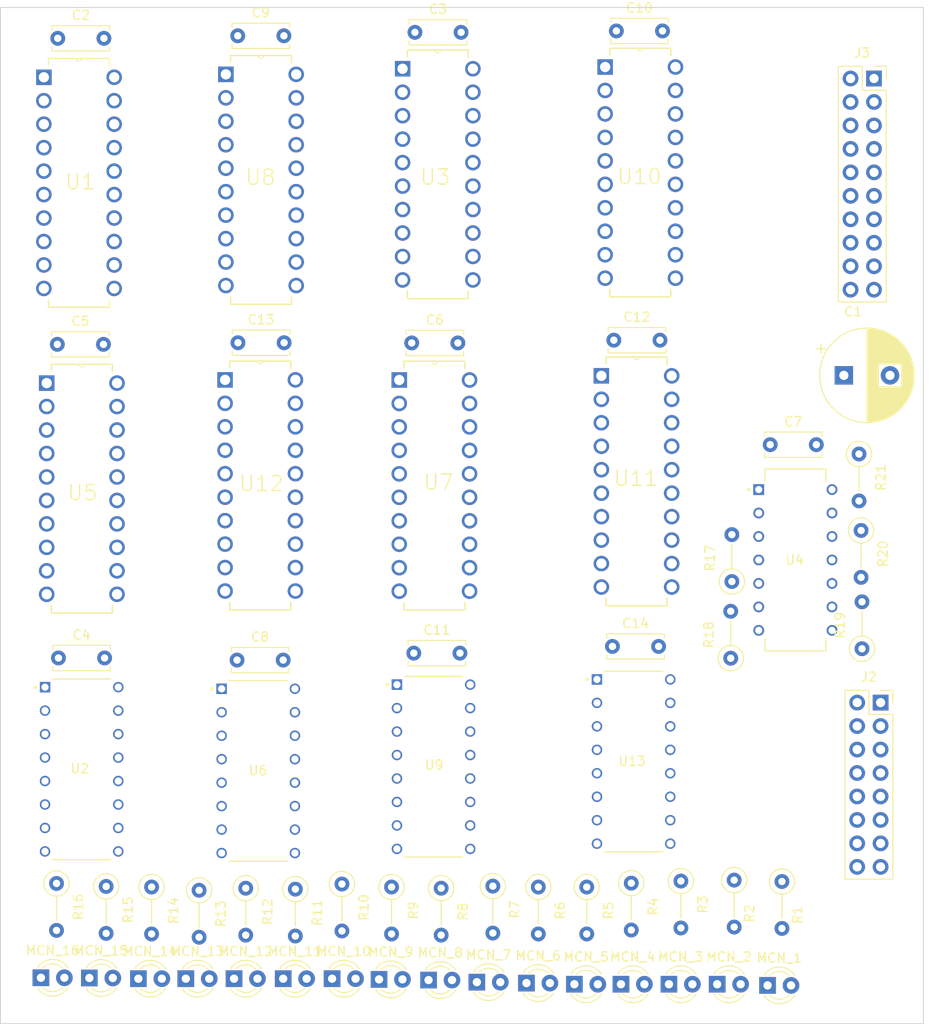
<source format=kicad_pcb>
(kicad_pcb (version 20221018) (generator pcbnew)
  (layers (0 "F.Cu" signal) (31 "B.Cu" signal) (34 "B.Paste" user) (35 "F.Paste" user) (36 "B.SilkS" user "B.Silkscreen") (37 "F.SilkS" user "F.Silkscreen") (38 "B.Mask" user) (39 "F.Mask" user) (44 "Edge.Cuts" user))
  (net 0 "")
  (net 1 "/GND")
  (net 2 "/POWER")
  (net 3 "/AB1")
  (net 4 "/AB9")
  (net 5 "/AB2")
  (net 6 "/AB10")
  (net 7 "/AB3")
  (net 8 "/AB11")
  (net 9 "/AB4")
  (net 10 "/AB12")
  (net 11 "/AB5")
  (net 12 "/AB13")
  (net 13 "/AB6")
  (net 14 "/AB14")
  (net 15 "/AB7")
  (net 16 "/AB15")
  (net 17 "/AB8")
  (net 18 "/AB16")
  (net 19 "/C_n_Enable_Counter")
  (net 20 "/C_n_Clear")
  (net 21 "/DB1")
  (net 22 "/C_n_Enable_Load")
  (net 23 "/DB2")
  (net 24 "/UAR_n_EN1")
  (net 25 "/DB3")
  (net 26 "/UAR_n_EN2")
  (net 27 "/DB4")
  (net 28 "/UAR_n_EN_Out")
  (net 29 "/DB5")
  (net 30 "CLK")
  (net 31 "/DB6")
  (net 32 "/CAR_n_EN_Out")
  (net 33 "/DB7")
  (net 34 "/CAR_n_EN1")
  (net 35 "/DB8")
  (net 36 "/CAR_n_EN2")
  (net 37 "Net-(MCN_1-A)")
  (net 38 "Net-(MCN_2-A)")
  (net 39 "Net-(MCN_3-A)")
  (net 40 "Net-(MCN_4-A)")
  (net 41 "Net-(MCN_5-A)")
  (net 42 "Net-(MCN_6-A)")
  (net 43 "Net-(MCN_7-A)")
  (net 44 "Net-(MCN_8-A)")
  (net 45 "Net-(MCN_9-A)")
  (net 46 "Net-(MCN_10-A)")
  (net 47 "Net-(MCN_11-A)")
  (net 48 "Net-(MCN_12-A)")
  (net 49 "Net-(MCN_13-A)")
  (net 50 "Net-(MCN_14-A)")
  (net 51 "Net-(MCN_15-A)")
  (net 52 "Net-(MCN_16-A)")
  (net 53 "Net-(U4-2A)")
  (net 54 "Net-(U4-3A)")
  (net 55 "Net-(U4-4A)")
  (net 56 "Net-(U4-5A)")
  (net 57 "Net-(U4-6A)")
  (net 58 "in_UAR_O_8")
  (net 59 "in_UAR_O_6")
  (net 60 "in_UAR_O_4")
  (net 61 "in_UAR_O_2")
  (net 62 "in_UAR_O_1")
  (net 63 "in_UAR_O_3")
  (net 64 "in_UAR_O_5")
  (net 65 "in_UAR_O_7")
  (net 66 "CR_O_1")
  (net 67 "CR_O_2")
  (net 68 "CR_O_3")
  (net 69 "CR_O_4")
  (net 70 "C_RCO_1")
  (net 71 "in_СAR_O_1")
  (net 72 "in_СAR_O_2")
  (net 73 "in_СAR_O_3")
  (net 74 "in_СAR_O_4")
  (net 75 "n_CLK")
  (net 76 "in_СAR_O_5")
  (net 77 "in_СAR_O_6")
  (net 78 "in_СAR_O_7")
  (net 79 "in_СAR_O_8")
  (net 85 "CR_O_5")
  (net 86 "CR_O_7")
  (net 87 "CR_O_8")
  (net 88 "CR_O_6")
  (net 89 "C_RCO_2")
  (net 90 "in_UAR_O_16")
  (net 91 "in_UAR_O_14")
  (net 92 "in_UAR_O_12")
  (net 93 "in_UAR_O_10")
  (net 94 "in_UAR_O_9")
  (net 95 "in_UAR_O_11")
  (net 96 "in_UAR_O_13")
  (net 97 "in_UAR_O_15")
  (net 98 "CR_O_9")
  (net 99 "CR_O_10")
  (net 100 "CR_O_11")
  (net 101 "CR_O_12")
  (net 102 "C_RCO_3")
  (net 103 "in_СAR_O_9")
  (net 104 "in_СAR_O_10")
  (net 105 "in_СAR_O_11")
  (net 106 "in_СAR_O_12")
  (net 107 "in_СAR_O_13")
  (net 108 "in_СAR_O_14")
  (net 109 "in_СAR_O_15")
  (net 110 "in_СAR_O_16")
  (net 111 "CR_O_16")
  (net 112 "CR_O_15")
  (net 113 "CR_O_14")
  (net 114 "CR_O_13")
  (footprint "Resistor_THT:R_Axial_DIN0207_L6.3mm_D2.5mm_P5.08mm_Vertical" (layer "F.Cu") (at 237.45 112.685 -90)
    (fp_text reference "R21" (at 2.54 -2.37 90) (layer "F.SilkS"))
    (fp_text value "R")
    (pad "1" thru_hole circle (at 0 0 270) (size 1.6 1.6) (drill 0.8) (layers "*.Cu" "*.Mask") (net 1 "/GND"))
    (pad "2" thru_hole oval (at 5.08 0 270) (size 1.6 1.6) (drill 0.8) (layers "*.Cu" "*.Mask") (net 57 "Net-(U4-6A)"))
  )
  (footprint "Capacitor_THT:C_Disc_D6.0mm_W2.5mm_P5.00mm" (layer "F.Cu") (at 170.135 67.415)
    (fp_text reference "C9" (at 2.5 -2.5) (layer "F.SilkS"))
    (fp_text value "C")
    (pad "1" thru_hole circle (at 0 0) (size 1.6 1.6) (drill 0.8) (layers "*.Cu" "*.Mask") (net 1 "/GND"))
    (pad "2" thru_hole circle (at 5 0) (size 1.6 1.6) (drill 0.8) (layers "*.Cu" "*.Mask") (net 2 "/POWER"))
  )
  (footprint "Resistor_THT:R_Axial_DIN0207_L6.3mm_D2.5mm_P5.08mm_Vertical" (layer "F.Cu") (at 207.95 159.56 -90)
    (fp_text reference "R5" (at 2.54 -2.37 90) (layer "F.SilkS"))
    (fp_text value "R")
    (pad "1" thru_hole circle (at 0 0 270) (size 1.6 1.6) (drill 0.8) (layers "*.Cu" "*.Mask") (net 11 "/AB5"))
    (pad "2" thru_hole oval (at 5.08 0 270) (size 1.6 1.6) (drill 0.8) (layers "*.Cu" "*.Mask") (net 41 "Net-(MCN_5-A)"))
  )
  (footprint "Capacitor_THT:C_Disc_D6.0mm_W2.5mm_P5.00mm" (layer "F.Cu") (at 150.635 67.69)
    (fp_text reference "C2" (at 2.5 -2.5) (layer "F.SilkS"))
    (fp_text value "C")
    (pad "1" thru_hole circle (at 0 0) (size 1.6 1.6) (drill 0.8) (layers "*.Cu" "*.Mask") (net 1 "/GND"))
    (pad "2" thru_hole circle (at 5 0) (size 1.6 1.6) (drill 0.8) (layers "*.Cu" "*.Mask") (net 2 "/POWER"))
  )
  (footprint "LED_THT:LED_D3.0mm" (layer "F.Cu") (at 154.059039 169.405)
    (fp_text reference "MCN_15" (at 1.27 -2.96) (layer "F.SilkS"))
    (fp_text value "LED")
    (pad "1" thru_hole rect (at 0 0) (size 1.8 1.8) (drill 0.9) (layers "*.Cu" "*.Mask") (net 1 "/GND"))
    (pad "2" thru_hole circle (at 2.54 0) (size 1.8 1.8) (drill 0.9) (layers "*.Cu" "*.Mask") (net 51 "Net-(MCN_15-A)"))
  )
  (footprint "Resistor_THT:R_Axial_DIN0207_L6.3mm_D2.5mm_P5.08mm_Vertical" (layer "F.Cu") (at 150.5 159.17 -90)
    (fp_text reference "R16" (at 2.54 -2.37 90) (layer "F.SilkS"))
    (fp_text value "R")
    (pad "1" thru_hole circle (at 0 0 270) (size 1.6 1.6) (drill 0.8) (layers "*.Cu" "*.Mask") (net 18 "/AB16"))
    (pad "2" thru_hole oval (at 5.08 0 270) (size 1.6 1.6) (drill 0.8) (layers "*.Cu" "*.Mask") (net 52 "Net-(MCN_16-A)"))
  )
  (footprint "LED_THT:LED_D3.0mm" (layer "F.Cu") (at 148.809039 169.38)
    (fp_text reference "MCN_16" (at 1.27 -2.96) (layer "F.SilkS"))
    (fp_text value "LED")
    (pad "1" thru_hole rect (at 0 0) (size 1.8 1.8) (drill 0.9) (layers "*.Cu" "*.Mask") (net 1 "/GND"))
    (pad "2" thru_hole circle (at 2.54 0) (size 1.8 1.8) (drill 0.9) (layers "*.Cu" "*.Mask") (net 52 "Net-(MCN_16-A)"))
  )
  (footprint "Resistor_THT:R_Axial_DIN0207_L6.3mm_D2.5mm_P5.08mm_Vertical" (layer "F.Cu") (at 171 159.685 -90)
    (fp_text reference "R12" (at 2.54 -2.37 90) (layer "F.SilkS"))
    (fp_text value "R")
    (pad "1" thru_hole circle (at 0 0 270) (size 1.6 1.6) (drill 0.8) (layers "*.Cu" "*.Mask") (net 10 "/AB12"))
    (pad "2" thru_hole oval (at 5.08 0 270) (size 1.6 1.6) (drill 0.8) (layers "*.Cu" "*.Mask") (net 48 "Net-(MCN_12-A)"))
  )
  (footprint "Capacitor_THT:C_Disc_D6.0mm_W2.5mm_P5.00mm" (layer "F.Cu") (at 170.06 134.99)
    (fp_text reference "C8" (at 2.5 -2.5) (layer "F.SilkS"))
    (fp_text value "C")
    (pad "1" thru_hole circle (at 0 0) (size 1.6 1.6) (drill 0.8) (layers "*.Cu" "*.Mask") (net 1 "/GND"))
    (pad "2" thru_hole circle (at 5 0) (size 1.6 1.6) (drill 0.8) (layers "*.Cu" "*.Mask") (net 2 "/POWER"))
  )
  (footprint "Resistor_THT:R_Axial_DIN0207_L6.3mm_D2.5mm_P5.08mm_Vertical" (layer "F.Cu") (at 197.775 159.46 -90)
    (fp_text reference "R7" (at 2.54 -2.37 90) (layer "F.SilkS"))
    (fp_text value "R")
    (pad "1" thru_hole circle (at 0 0 270) (size 1.6 1.6) (drill 0.8) (layers "*.Cu" "*.Mask") (net 15 "/AB7"))
    (pad "2" thru_hole oval (at 5.08 0 270) (size 1.6 1.6) (drill 0.8) (layers "*.Cu" "*.Mask") (net 43 "Net-(MCN_7-A)"))
  )
  (footprint "Capacitor_THT:C_Disc_D6.0mm_W2.5mm_P5.00mm" (layer "F.Cu") (at 189.335 67.04)
    (fp_text reference "C3" (at 2.5 -2.5) (layer "F.SilkS"))
    (fp_text value "C")
    (pad "1" thru_hole circle (at 0 0) (size 1.6 1.6) (drill 0.8) (layers "*.Cu" "*.Mask") (net 1 "/GND"))
    (pad "2" thru_hole circle (at 5 0) (size 1.6 1.6) (drill 0.8) (layers "*.Cu" "*.Mask") (net 2 "/POWER"))
  )
  (footprint "Resistor_THT:R_Axial_DIN0207_L6.3mm_D2.5mm_P5.08mm_Vertical" (layer "F.Cu") (at 223.925 158.81 -90)
    (fp_text reference "R2" (at 3.62 -1.679039 90) (layer "F.SilkS"))
    (fp_text value "R")
    (pad "1" thru_hole circle (at 0 0 270) (size 1.6 1.6) (drill 0.8) (layers "*.Cu" "*.Mask") (net 5 "/AB2"))
    (pad "2" thru_hole oval (at 5.08 0 270) (size 1.6 1.6) (drill 0.8) (layers "*.Cu" "*.Mask") (net 38 "Net-(MCN_2-A)"))
  )
  (footprint "LED_THT:LED_D3.0mm" (layer "F.Cu") (at 190.809039 169.63)
    (fp_text reference "MCN_8" (at 1.27 -2.96) (layer "F.SilkS"))
    (fp_text value "LED")
    (pad "1" thru_hole rect (at 0 0) (size 1.8 1.8) (drill 0.9) (layers "*.Cu" "*.Mask") (net 1 "/GND"))
    (pad "2" thru_hole circle (at 2.54 0) (size 1.8 1.8) (drill 0.9) (layers "*.Cu" "*.Mask") (net 44 "Net-(MCN_8-A)"))
  )
  (footprint "LED_THT:LED_D3.0mm" (layer "F.Cu") (at 159.369039 169.48)
    (fp_text reference "MCN_14" (at 1.27 -2.96) (layer "F.SilkS"))
    (fp_text value "LED")
    (pad "1" thru_hole rect (at 0 0) (size 1.8 1.8) (drill 0.9) (layers "*.Cu" "*.Mask") (net 1 "/GND"))
    (pad "2" thru_hole circle (at 2.54 0) (size 1.8 1.8) (drill 0.9) (layers "*.Cu" "*.Mask") (net 50 "Net-(MCN_14-A)"))
  )
  (footprint "SN74HC377N:DIP254P762X508-20" (layer "F.Cu") (at 217.565 93.655)
    (fp_text reference "U10" (at -3.9 -11) (layer "F.SilkS") (effects (font (size 1.643055 1.643055))))
    (fp_text value "SN74HC377N")
    (pad "1" thru_hole rect (at -7.62 -22.86) (size 1.6764 1.6764) (drill 1.1176) (layers "*.Cu" "*.Mask") (net 36 "/CAR_n_EN2"))
    (pad "2" thru_hole circle (at -7.62 -20.32) (size 1.6764 1.6764) (drill 1.1176) (layers "*.Cu" "*.Mask") (net 103 "in_СAR_O_9"))
    (pad "3" thru_hole circle (at -7.62 -17.78) (size 1.6764 1.6764) (drill 1.1176) (layers "*.Cu" "*.Mask") (net 4 "/AB9"))
    (pad "4" thru_hole circle (at -7.62 -15.24) (size 1.6764 1.6764) (drill 1.1176) (layers "*.Cu" "*.Mask") (net 6 "/AB10"))
    (pad "5" thru_hole circle (at -7.62 -12.7) (size 1.6764 1.6764) (drill 1.1176) (layers "*.Cu" "*.Mask") (net 104 "in_СAR_O_10"))
    (pad "6" thru_hole circle (at -7.62 -10.16) (size 1.6764 1.6764) (drill 1.1176) (layers "*.Cu" "*.Mask") (net 105 "in_СAR_O_11"))
    (pad "7" thru_hole circle (at -7.62 -7.62) (size 1.6764 1.6764) (drill 1.1176) (layers "*.Cu" "*.Mask") (net 8 "/AB11"))
    (pad "8" thru_hole circle (at -7.62 -5.08) (size 1.6764 1.6764) (drill 1.1176) (layers "*.Cu" "*.Mask") (net 10 "/AB12"))
    (pad "9" thru_hole circle (at -7.62 -2.54) (size 1.6764 1.6764) (drill 1.1176) (layers "*.Cu" "*.Mask") (net 106 "in_СAR_O_12"))
    (pad "10" thru_hole circle (at -7.62 0) (size 1.6764 1.6764) (drill 1.1176) (layers "*.Cu" "*.Mask") (net 1 "/GND"))
    (pad "11" thru_hole circle (at 0 0) (size 1.6764 1.6764) (drill 1.1176) (layers "*.Cu" "*.Mask") (net 75 "n_CLK"))
    (pad "12" thru_hole circle (at 0 -2.54) (size 1.6764 1.6764) (drill 1.1176) (layers "*.Cu" "*.Mask") (net 107 "in_СAR_O_13"))
    (pad "13" thru_hole circle (at 0 -5.08) (size 1.6764 1.6764) (drill 1.1176) (layers "*.Cu" "*.Mask") (net 12 "/AB13"))
    (pad "14" thru_hole circle (at 0 -7.62) (size 1.6764 1.6764) (drill 1.1176) (layers "*.Cu" "*.Mask") (net 14 "/AB14"))
    (pad "15" thru_hole circle (at 0 -10.16) (size 1.6764 1.6764) (drill 1.1176) (layers "*.Cu" "*.Mask") (net 108 "in_СAR_O_14"))
    (pad "16" thru_hole circle (at 0 -12.7) (size 1.6764 1.6764) (drill 1.1176) (layers "*.Cu" "*.Mask") (net 109 "in_СAR_O_15"))
    (pad "17" thru_hole circle (at 0 -15.24) (size 1.6764 1.6764) (drill 1.1176) (layers "*.Cu" "*.Mask") (net 16 "/AB15"))
    (pad "18" thru_hole circle (at 0 -17.78) (size 1.6764 1.6764) (drill 1.1176) (layers "*.Cu" "*.Mask") (net 18 "/AB16"))
    (pad "19" thru_hole circle (at 0 -20.32) (size 1.6764 1.6764) (drill 1.1176) (layers "*.Cu" "*.Mask") (net 110 "in_СAR_O_16"))
    (pad "20" thru_hole circle (at 0 -22.86) (size 1.6764 1.6764) (drill 1.1176) (layers "*.Cu" "*.Mask") (net 2 "/POWER"))
  )
  (footprint "Resistor_THT:R_Axial_DIN0207_L6.3mm_D2.5mm_P5.08mm_Vertical" (layer "F.Cu") (at 160.8 159.56 -90)
    (fp_text reference "R14" (at 2.54 -2.37 90) (layer "F.SilkS"))
    (fp_text value "R")
    (pad "1" thru_hole circle (at 0 0 270) (size 1.6 1.6) (drill 0.8) (layers "*.Cu" "*.Mask") (net 14 "/AB14"))
    (pad "2" thru_hole oval (at 5.08 0 270) (size 1.6 1.6) (drill 0.8) (layers "*.Cu" "*.Mask") (net 50 "Net-(MCN_14-A)"))
  )
  (footprint "SN74HC377N:DIP254P762X508-20" (layer "F.Cu") (at 195.615 93.845)
    (fp_text reference "U3" (at -4.085 -11.13) (layer "F.SilkS") (effects (font (size 1.643055 1.643055))))
    (fp_text value "SN74HC377N")
    (pad "1" thru_hole rect (at -7.62 -22.86) (size 1.6764 1.6764) (drill 1.1176) (layers "*.Cu" "*.Mask") (net 34 "/CAR_n_EN1"))
    (pad "2" thru_hole circle (at -7.62 -20.32) (size 1.6764 1.6764) (drill 1.1176) (layers "*.Cu" "*.Mask") (net 71 "in_СAR_O_1"))
    (pad "3" thru_hole circle (at -7.62 -17.78) (size 1.6764 1.6764) (drill 1.1176) (layers "*.Cu" "*.Mask") (net 3 "/AB1"))
    (pad "4" thru_hole circle (at -7.62 -15.24) (size 1.6764 1.6764) (drill 1.1176) (layers "*.Cu" "*.Mask") (net 5 "/AB2"))
    (pad "5" thru_hole circle (at -7.62 -12.7) (size 1.6764 1.6764) (drill 1.1176) (layers "*.Cu" "*.Mask") (net 72 "in_СAR_O_2"))
    (pad "6" thru_hole circle (at -7.62 -10.16) (size 1.6764 1.6764) (drill 1.1176) (layers "*.Cu" "*.Mask") (net 73 "in_СAR_O_3"))
    (pad "7" thru_hole circle (at -7.62 -7.62) (size 1.6764 1.6764) (drill 1.1176) (layers "*.Cu" "*.Mask") (net 7 "/AB3"))
    (pad "8" thru_hole circle (at -7.62 -5.08) (size 1.6764 1.6764) (drill 1.1176) (layers "*.Cu" "*.Mask") (net 9 "/AB4"))
    (pad "9" thru_hole circle (at -7.62 -2.54) (size 1.6764 1.6764) (drill 1.1176) (layers "*.Cu" "*.Mask") (net 74 "in_СAR_O_4"))
    (pad "10" thru_hole circle (at -7.62 0) (size 1.6764 1.6764) (drill 1.1176) (layers "*.Cu" "*.Mask") (net 1 "/GND"))
    (pad "11" thru_hole circle (at 0 0) (size 1.6764 1.6764) (drill 1.1176) (layers "*.Cu" "*.Mask") (net 75 "n_CLK"))
    (pad "12" thru_hole circle (at 0 -2.54) (size 1.6764 1.6764) (drill 1.1176) (layers "*.Cu" "*.Mask") (net 76 "in_СAR_O_5"))
    (pad "13" thru_hole circle (at 0 -5.08) (size 1.6764 1.6764) (drill 1.1176) (layers "*.Cu" "*.Mask") (net 11 "/AB5"))
    (pad "14" thru_hole circle (at 0 -7.62) (size 1.6764 1.6764) (drill 1.1176) (layers "*.Cu" "*.Mask") (net 13 "/AB6"))
    (pad "15" thru_hole circle (at 0 -10.16) (size 1.6764 1.6764) (drill 1.1176) (layers "*.Cu" "*.Mask") (net 77 "in_СAR_O_6"))
    (pad "16" thru_hole circle (at 0 -12.7) (size 1.6764 1.6764) (drill 1.1176) (layers "*.Cu" "*.Mask") (net 78 "in_СAR_O_7"))
    (pad "17" thru_hole circle (at 0 -15.24) (size 1.6764 1.6764) (drill 1.1176) (layers "*.Cu" "*.Mask") (net 15 "/AB7"))
    (pad "18" thru_hole circle (at 0 -17.78) (size 1.6764 1.6764) (drill 1.1176) (layers "*.Cu" "*.Mask") (net 17 "/AB8"))
    (pad "19" thru_hole circle (at 0 -20.32) (size 1.6764 1.6764) (drill 1.1176) (layers "*.Cu" "*.Mask") (net 79 "in_СAR_O_8"))
    (pad "20" thru_hole circle (at 0 -22.86) (size 1.6764 1.6764) (drill 1.1176) (layers "*.Cu" "*.Mask") (net 2 "/POWER"))
  )
  (footprint "Capacitor_THT:C_Disc_D6.0mm_W2.5mm_P5.00mm" (layer "F.Cu") (at 227.825 111.675)
    (fp_text reference "C7" (at 2.5 -2.5) (layer "F.SilkS"))
    (fp_text value "C")
    (pad "1" thru_hole circle (at 0 0) (size 1.6 1.6) (drill 0.8) (layers "*.Cu" "*.Mask") (net 1 "/GND"))
    (pad "2" thru_hole circle (at 5 0) (size 1.6 1.6) (drill 0.8) (layers "*.Cu" "*.Mask") (net 2 "/POWER"))
  )
  (footprint "LED_THT:LED_D3.0mm" (layer "F.Cu") (at 222.084039 170.08)
    (fp_text reference "MCN_2" (at 1.27 -2.96) (layer "F.SilkS"))
    (fp_text value "LED")
    (pad "1" thru_hole rect (at 0 0) (size 1.8 1.8) (drill 0.9) (layers "*.Cu" "*.Mask") (net 1 "/GND"))
    (pad "2" thru_hole circle (at 2.54 0) (size 1.8 1.8) (drill 0.9) (layers "*.Cu" "*.Mask") (net 38 "Net-(MCN_2-A)"))
  )
  (footprint "Resistor_THT:R_Axial_DIN0207_L6.3mm_D2.5mm_P5.08mm_Vertical" (layer "F.Cu") (at 181.425 159.235 -90)
    (fp_text reference "R10" (at 2.54 -2.37 90) (layer "F.SilkS"))
    (fp_text value "R")
    (pad "1" thru_hole circle (at 0 0 270) (size 1.6 1.6) (drill 0.8) (layers "*.Cu" "*.Mask") (net 6 "/AB10"))
    (pad "2" thru_hole oval (at 5.08 0 270) (size 1.6 1.6) (drill 0.8) (layers "*.Cu" "*.Mask") (net 46 "Net-(MCN_10-A)"))
  )
  (footprint "Capacitor_THT:C_Disc_D6.0mm_W2.5mm_P5.00mm" (layer "F.Cu") (at 210.735 133.515)
    (fp_text reference "C14" (at 2.5 -2.5) (layer "F.SilkS"))
    (fp_text value "C")
    (pad "1" thru_hole circle (at 0 0) (size 1.6 1.6) (drill 0.8) (layers "*.Cu" "*.Mask") (net 1 "/GND"))
    (pad "2" thru_hole circle (at 5 0) (size 1.6 1.6) (drill 0.8) (layers "*.Cu" "*.Mask") (net 2 "/POWER"))
  )
  (footprint "Capacitor_THT:C_Disc_D6.0mm_W2.5mm_P5.00mm" (layer "F.Cu") (at 210.885 100.365)
    (fp_text reference "C12" (at 2.5 -2.5) (layer "F.SilkS"))
    (fp_text value "C")
    (pad "1" thru_hole circle (at 0 0) (size 1.6 1.6) (drill 0.8) (layers "*.Cu" "*.Mask") (net 1 "/GND"))
    (pad "2" thru_hole circle (at 5 0) (size 1.6 1.6) (drill 0.8) (layers "*.Cu" "*.Mask") (net 2 "/POWER"))
  )
  (footprint "Capacitor_THT:CP_Radial_D10.0mm_P5.00mm" (layer "F.Cu") (at 235.807323 104.175)
    (fp_text reference "C1" (at 1 -6.9) (layer "F.SilkS"))
    (fp_text value "C")
    (pad "1" thru_hole rect (at 0 0) (size 2 2) (drill 1) (layers "*.Cu" "*.Mask") (net 1 "/GND"))
    (pad "2" thru_hole circle (at 5 0) (size 2 2) (drill 1) (layers "*.Cu" "*.Mask") (net 2 "/POWER"))
  )
  (footprint "Resistor_THT:R_Axial_DIN0207_L6.3mm_D2.5mm_P5.08mm_Vertical" (layer "F.Cu") (at 223.675 126.49 90)
    (fp_text reference "R17" (at 2.54 -2.37 90) (layer "F.SilkS"))
    (fp_text value "R")
    (pad "1" thru_hole circle (at 0 0 90) (size 1.6 1.6) (drill 0.8) (layers "*.Cu" "*.Mask") (net 1 "/GND"))
    (pad "2" thru_hole oval (at 5.08 0 90) (size 1.6 1.6) (drill 0.8) (layers "*.Cu" "*.Mask") (net 53 "Net-(U4-2A)"))
  )
  (footprint "SN74HC377N:DIP254P762X508-20" (layer "F.Cu") (at 156.7472 94.765)
    (fp_text reference "U1" (at -3.6772 -11.545) (layer "F.SilkS") (effects (font (size 1.643055 1.643055))))
    (fp_text value "SN74HC377N")
    (pad "1" thru_hole rect (at -7.62 -22.86) (size 1.6764 1.6764) (drill 1.1176) (layers "*.Cu" "*.Mask") (net 24 "/UAR_n_EN1"))
    (pad "2" thru_hole circle (at -7.62 -20.32) (size 1.6764 1.6764) (drill 1.1176) (layers "*.Cu" "*.Mask") (net 58 "in_UAR_O_8"))
    (pad "3" thru_hole circle (at -7.62 -17.78) (size 1.6764 1.6764) (drill 1.1176) (layers "*.Cu" "*.Mask") (net 35 "/DB8"))
    (pad "4" thru_hole circle (at -7.62 -15.24) (size 1.6764 1.6764) (drill 1.1176) (layers "*.Cu" "*.Mask") (net 31 "/DB6"))
    (pad "5" thru_hole circle (at -7.62 -12.7) (size 1.6764 1.6764) (drill 1.1176) (layers "*.Cu" "*.Mask") (net 59 "in_UAR_O_6"))
    (pad "6" thru_hole circle (at -7.62 -10.16) (size 1.6764 1.6764) (drill 1.1176) (layers "*.Cu" "*.Mask") (net 60 "in_UAR_O_4"))
    (pad "7" thru_hole circle (at -7.62 -7.62) (size 1.6764 1.6764) (drill 1.1176) (layers "*.Cu" "*.Mask") (net 27 "/DB4"))
    (pad "8" thru_hole circle (at -7.62 -5.08) (size 1.6764 1.6764) (drill 1.1176) (layers "*.Cu" "*.Mask") (net 23 "/DB2"))
    (pad "9" thru_hole circle (at -7.62 -2.54) (size 1.6764 1.6764) (drill 1.1176) (layers "*.Cu" "*.Mask") (net 61 "in_UAR_O_2"))
    (pad "10" thru_hole circle (at -7.62 0) (size 1.6764 1.6764) (drill 1.1176) (layers "*.Cu" "*.Mask") (net 1 "/GND"))
    (pad "11" thru_hole circle (at 0 0) (size 1.6764 1.6764) (drill 1.1176) (layers "*.Cu" "*.Mask") (net 30 "CLK"))
    (pad "12" thru_hole circle (at 0 -2.54) (size 1.6764 1.6764) (drill 1.1176) (layers "*.Cu" "*.Mask") (net 62 "in_UAR_O_1"))
    (pad "13" thru_hole circle (at 0 -5.08) (size 1.6764 1.6764) (drill 1.1176) (layers "*.Cu" "*.Mask") (net 21 "/DB1"))
    (pad "14" thru_hole circle (at 0 -7.62) (size 1.6764 1.6764) (drill 1.1176) (layers "*.Cu" "*.Mask") (net 25 "/DB3"))
    (pad "15" thru_hole circle (at 0 -10.16) (size 1.6764 1.6764) (drill 1.1176) (layers "*.Cu" "*.Mask") (net 63 "in_UAR_O_3"))
    (pad "16" thru_hole circle (at 0 -12.7) (size 1.6764 1.6764) (drill 1.1176) (layers "*.Cu" "*.Mask") (net 64 "in_UAR_O_5"))
    (pad "17" thru_hole circle (at 0 -15.24) (size 1.6764 1.6764) (drill 1.1176) (layers "*.Cu" "*.Mask") (net 29 "/DB5"))
    (pad "18" thru_hole circle (at 0 -17.78) (size 1.6764 1.6764) (drill 1.1176) (layers "*.Cu" "*.Mask") (net 33 "/DB7"))
    (pad "19" thru_hole circle (at 0 -20.32) (size 1.6764 1.6764) (drill 1.1176) (layers "*.Cu" "*.Mask") (net 65 "in_UAR_O_7"))
    (pad "20" thru_hole circle (at 0 -22.86) (size 1.6764 1.6764) (drill 1.1176) (layers "*.Cu" "*.Mask") (net 2 "/POWER"))
  )
  (footprint "Resistor_THT:R_Axial_DIN0207_L6.3mm_D2.5mm_P5.08mm_Vertical" (layer "F.Cu") (at 218.15 158.91 -90)
    (fp_text reference "R3" (at 2.54 -2.37 90) (layer "F.SilkS"))
    (fp_text value "R")
    (pad "1" thru_hole circle (at 0 0 270) (size 1.6 1.6) (drill 0.8) (layers "*.Cu" "*.Mask") (net 7 "/AB3"))
    (pad "2" thru_hole oval (at 5.08 0 270) (size 1.6 1.6) (drill 0.8) (layers "*.Cu" "*.Mask") (net 39 "Net-(MCN_3-A)"))
  )
  (footprint "LED_THT:LED_D3.0mm" (layer "F.Cu") (at 175.059039 169.48)
    (fp_text reference "MCN_11" (at 1.27 -2.96) (layer "F.SilkS"))
    (fp_text value "LED")
    (pad "1" thru_hole rect (at 0 0) (size 1.8 1.8) (drill 0.9) (layers "*.Cu" "*.Mask") (net 1 "/GND"))
    (pad "2" thru_hole circle (at 2.54 0) (size 1.8 1.8) (drill 0.9) (layers "*.Cu" "*.Mask") (net 47 "Net-(MCN_11-A)"))
  )
  (footprint "SN74HC377N:DIP254P762X508-20" (layer "F.Cu") (at 176.47 94.45)
    (fp_text reference "U8" (at -3.875 -11.715) (layer "F.SilkS") (effects (font (size 1.643055 1.643055))))
    (fp_text value "SN74HC377N")
    (pad "1" thru_hole rect (at -7.62 -22.86) (size 1.6764 1.6764) (drill 1.1176) (layers "*.Cu" "*.Mask") (net 26 "/UAR_n_EN2"))
    (pad "2" thru_hole circle (at -7.62 -20.32) (size 1.6764 1.6764) (drill 1.1176) (layers "*.Cu" "*.Mask") (net 90 "in_UAR_O_16"))
    (pad "3" thru_hole circle (at -7.62 -17.78) (size 1.6764 1.6764) (drill 1.1176) (layers "*.Cu" "*.Mask") (net 35 "/DB8"))
    (pad "4" thru_hole circle (at -7.62 -15.24) (size 1.6764 1.6764) (drill 1.1176) (layers "*.Cu" "*.Mask") (net 31 "/DB6"))
    (pad "5" thru_hole circle (at -7.62 -12.7) (size 1.6764 1.6764) (drill 1.1176) (layers "*.Cu" "*.Mask") (net 91 "in_UAR_O_14"))
    (pad "6" thru_hole circle (at -7.62 -10.16) (size 1.6764 1.6764) (drill 1.1176) (layers "*.Cu" "*.Mask") (net 92 "in_UAR_O_12"))
    (pad "7" thru_hole circle (at -7.62 -7.62) (size 1.6764 1.6764) (drill 1.1176) (layers "*.Cu" "*.Mask") (net 27 "/DB4"))
    (pad "8" thru_hole circle (at -7.62 -5.08) (size 1.6764 1.6764) (drill 1.1176) (layers "*.Cu" "*.Mask") (net 23 "/DB2"))
    (pad "9" thru_hole circle (at -7.62 -2.54) (size 1.6764 1.6764) (drill 1.1176) (layers "*.Cu" "*.Mask") (net 93 "in_UAR_O_10"))
    (pad "10" thru_hole circle (at -7.62 0) (size 1.6764 1.6764) (drill 1.1176) (layers "*.Cu" "*.Mask") (net 1 "/GND"))
    (pad "11" thru_hole circle (at 0 0) (size 1.6764 1.6764) (drill 1.1176) (layers "*.Cu" "*.Mask") (net 30 "CLK"))
    (pad "12" thru_hole circle (at 0 -2.54) (size 1.6764 1.6764) (drill 1.1176) (layers "*.Cu" "*.Mask") (net 94 "in_UAR_O_9"))
    (pad "13" thru_hole circle (at 0 -5.08) (size 1.6764 1.6764) (drill 1.1176) (layers "*.Cu" "*.Mask") (net 21 "/DB1"))
    (pad "14" thru_hole circle (at 0 -7.62) (size 1.6764 1.6764) (drill 1.1176) (layers "*.Cu" "*.Mask") (net 25 "/DB3"))
    (pad "15" thru_hole circle (at 0 -10.16) (size 1.6764 1.6764) (drill 1.1176) (layers "*.Cu" "*.Mask") (net 95 "in_UAR_O_11"))
    (pad "16" thru_hole circle (at 0 -12.7) (size 1.6764 1.6764) (drill 1.1176) (layers "*.Cu" "*.Mask") (net 96 "in_UAR_O_13"))
    (pad "17" thru_hole circle (at 0 -15.24) (size 1.6764 1.6764) (drill 1.1176) (layers "*.Cu" "*.Mask") (net 29 "/DB5"))
    (pad "18" thru_hole circle (at 0 -17.78) (size 1.6764 1.6764) (drill 1.1176) (layers "*.Cu" "*.Mask") (net 33 "/DB7"))
    (pad "19" thru_hole circle (at 0 -20.32) (size 1.6764 1.6764) (drill 1.1176) (layers "*.Cu" "*.Mask") (net 97 "in_UAR_O_15"))
    (pad "20" thru_hole circle (at 0 -22.86) (size 1.6764 1.6764) (drill 1.1176) (layers "*.Cu" "*.Mask") (net 2 "/POWER"))
  )
  (footprint "SN74HC244N:DIP254P762X508-20" (layer "F.Cu") (at 157.055 127.87)
    (fp_text reference "U5" (at -3.745 -10.995) (layer "F.SilkS") (effects (font (size 1.640465 1.640465))))
    (fp_text value "SN74HC244N")
    (pad "1" thru_hole rect (at -7.62 -22.86) (size 1.6764 1.6764) (drill 1.1176) (layers "*.Cu" "*.Mask") (net 28 "/UAR_n_EN_Out"))
    (pad "2" thru_hole circle (at -7.62 -20.32) (size 1.6764 1.6764) (drill 1.1176) (layers "*.Cu" "*.Mask") (net 61 "in_UAR_O_2"))
    (pad "3" thru_hole circle (at -7.62 -17.78) (size 1.6764 1.6764) (drill 1.1176) (layers "*.Cu" "*.Mask") (net 66 "CR_O_1"))
    (pad "4" thru_hole circle (at -7.62 -15.24) (size 1.6764 1.6764) (drill 1.1176) (layers "*.Cu" "*.Mask") (net 60 "in_UAR_O_4"))
    (pad "5" thru_hole circle (at -7.62 -12.7) (size 1.6764 1.6764) (drill 1.1176) (layers "*.Cu" "*.Mask") (net 68 "CR_O_3"))
    (pad "6" thru_hole circle (at -7.62 -10.16) (size 1.6764 1.6764) (drill 1.1176) (layers "*.Cu" "*.Mask") (net 59 "in_UAR_O_6"))
    (pad "7" thru_hole circle (at -7.62 -7.62) (size 1.6764 1.6764) (drill 1.1176) (layers "*.Cu" "*.Mask") (net 85 "CR_O_5"))
    (pad "8" thru_hole circle (at -7.62 -5.08) (size 1.6764 1.6764) (drill 1.1176) (layers "*.Cu" "*.Mask") (net 58 "in_UAR_O_8"))
    (pad "9" thru_hole circle (at -7.62 -2.54) (size 1.6764 1.6764) (drill 1.1176) (layers "*.Cu" "*.Mask") (net 86 "CR_O_7"))
    (pad "10" thru_hole circle (at -7.62 0) (size 1.6764 1.6764) (drill 1.1176) (layers "*.Cu" "*.Mask") (net 1 "/GND"))
    (pad "11" thru_hole circle (at 0 0) (size 1.6764 1.6764) (drill 1.1176) (layers "*.Cu" "*.Mask") (net 65 "in_UAR_O_7"))
    (pad "12" thru_hole circle (at 0 -2.54) (size 1.6764 1.6764) (drill 1.1176) (layers "*.Cu" "*.Mask") (net 87 "CR_O_8"))
    (pad "13" thru_hole circle (at 0 -5.08) (size 1.6764 1.6764) (drill 1.1176) (layers "*.Cu" "*.Mask") (net 64 "in_UAR_O_5"))
    (pad "14" thru_hole circle (at 0 -7.62) (size 1.6764 1.6764) (drill 1.1176) (layers "*.Cu" "*.Mask") (net 88 "CR_O_6"))
    (pad "15" thru_hole circle (at 0 -10.16) (size 1.6764 1.6764) (drill 1.1176) (layers "*.Cu" "*.Mask") (net 63 "in_UAR_O_3"))
    (pad "16" thru_hole circle (at 0 -12.7) (size 1.6764 1.6764) (drill 1.1176) (layers "*.Cu" "*.Mask") (net 69 "CR_O_4"))
    (pad "17" thru_hole circle (at 0 -15.24) (size 1.6764 1.6764) (drill 1.1176) (layers "*.Cu" "*.Mask") (net 62 "in_UAR_O_1"))
    (pad "18" thru_hole circle (at 0 -17.78) (size 1.6764 1.6764) (drill 1.1176) (layers "*.Cu" "*.Mask") (net 67 "CR_O_2"))
    (pad "19" thru_hole circle (at 0 -20.32) (size 1.6764 1.6764) (drill 1.1176) (layers "*.Cu" "*.Mask") (net 28 "/UAR_n_EN_Out"))
    (pad "20" thru_hole circle (at 0 -22.86) (size 1.6764 1.6764) (drill 1.1176) (layers "*.Cu" "*.Mask") (net 2 "/POWER"))
  )
  (footprint "LED_THT:LED_D3.0mm" (layer "F.Cu") (at 180.359039 169.48)
    (fp_text reference "MCN_10" (at 1.27 -2.96) (layer "F.SilkS"))
    (fp_text value "LED")
    (pad "1" thru_hole rect (at 0 0) (size 1.8 1.8) (drill 0.9) (layers "*.Cu" "*.Mask") (net 1 "/GND"))
    (pad "2" thru_hole circle (at 2.54 0) (size 1.8 1.8) (drill 0.9) (layers "*.Cu" "*.Mask") (net 46 "Net-(MCN_10-A)"))
  )
  (footprint "Connector_PinSocket_2.54mm:PinSocket_2x10_P2.54mm_Vertical" (layer "F.Cu") (at 239.075 72.04)
    (fp_text reference "J3" (at -1.27 -2.77) (layer "F.SilkS"))
    (fp_text value "Conn_02x10_Odd_Even")
    (pad "1" thru_hole rect (at 0 0) (size 1.7 1.7) (drill 1) (layers "*.Cu" "*.Mask") (net 1 "/GND"))
    (pad "2" thru_hole oval (at -2.54 0) (size 1.7 1.7) (drill 1) (layers "*.Cu" "*.Mask") (net 19 "/C_n_Enable_Counter"))
    (pad "3" thru_hole oval (at 0 2.54) (size 1.7 1.7) (drill 1) (layers "*.Cu" "*.Mask") (net 2 "/POWER"))
    (pad "4" thru_hole oval (at -2.54 2.54) (size 1.7 1.7) (drill 1) (layers "*.Cu" "*.Mask") (net 20 "/C_n_Clear"))
    (pad "5" thru_hole oval (at 0 5.08) (size 1.7 1.7) (drill 1) (layers "*.Cu" "*.Mask") (net 21 "/DB1"))
    (pad "6" thru_hole oval (at -2.54 5.08) (size 1.7 1.7) (drill 1) (layers "*.Cu" "*.Mask") (net 22 "/C_n_Enable_Load"))
    (pad "7" thru_hole oval (at 0 7.62) (size 1.7 1.7) (drill 1) (layers "*.Cu" "*.Mask") (net 23 "/DB2"))
    (pad "8" thru_hole oval (at -2.54 7.62) (size 1.7 1.7) (drill 1) (layers "*.Cu" "*.Mask") (net 24 "/UAR_n_EN1"))
    (pad "9" thru_hole oval (at 0 10.16) (size 1.7 1.7) (drill 1) (layers "*.Cu" "*.Mask") (net 25 "/DB3"))
    (pad "10" thru_hole oval (at -2.54 10.16) (size 1.7 1.7) (drill 1) (layers "*.Cu" "*.Mask") (net 26 "/UAR_n_EN2"))
    (pad "11" thru_hole oval (at 0 12.7) (size 1.7 1.7) (drill 1) (layers "*.Cu" "*.Mask") (net 27 "/DB4"))
    (pad "12" thru_hole oval (at -2.54 12.7) (size 1.7 1.7) (drill 1) (layers "*.Cu" "*.Mask") (net 28 "/UAR_n_EN_Out"))
    (pad "13" thru_hole oval (at 0 15.24) (size 1.7 1.7) (drill 1) (layers "*.Cu" "*.Mask") (net 29 "/DB5"))
    (pad "14" thru_hole oval (at -2.54 15.24) (size 1.7 1.7) (drill 1) (layers "*.Cu" "*.Mask") (net 30 "CLK"))
    (pad "15" thru_hole oval (at 0 17.78) (size 1.7 1.7) (drill 1) (layers "*.Cu" "*.Mask") (net 31 "/DB6"))
    (pad "16" thru_hole oval (at -2.54 17.78) (size 1.7 1.7) (drill 1) (layers "*.Cu" "*.Mask") (net 32 "/CAR_n_EN_Out"))
    (pad "17" thru_hole oval (at 0 20.32) (size 1.7 1.7) (drill 1) (layers "*.Cu" "*.Mask") (net 33 "/DB7"))
    (pad "18" thru_hole oval (at -2.54 20.32) (size 1.7 1.7) (drill 1) (layers "*.Cu" "*.Mask") (net 34 "/CAR_n_EN1"))
    (pad "19" thru_hole oval (at 0 22.86) (size 1.7 1.7) (drill 1) (layers "*.Cu" "*.Mask") (net 35 "/DB8"))
    (pad "20" thru_hole oval (at -2.54 22.86) (size 1.7 1.7) (drill 1) (layers "*.Cu" "*.Mask") (net 36 "/CAR_n_EN2"))
  )
  (footprint "Resistor_THT:R_Axial_DIN0207_L6.3mm_D2.5mm_P5.08mm_Vertical" (layer "F.Cu") (at 176.375 159.785 -90)
    (fp_text reference "R11" (at 2.54 -2.37 90) (layer "F.SilkS"))
    (fp_text value "R")
    (pad "1" thru_hole circle (at 0 0 270) (size 1.6 1.6) (drill 0.8) (layers "*.Cu" "*.Mask") (net 8 "/AB11"))
    (pad "2" thru_hole oval (at 5.08 0 270) (size 1.6 1.6) (drill 0.8) (layers "*.Cu" "*.Mask") (net 47 "Net-(MCN_11-A)"))
  )
  (footprint "Resistor_THT:R_Axial_DIN0207_L6.3mm_D2.5mm_P5.08mm_Vertical" (layer "F.Cu") (at 223.55 134.79 90)
    (fp_text reference "R18" (at 2.54 -2.37 90) (layer "F.SilkS"))
    (fp_text value "R")
    (pad "1" thru_hole circle (at 0 0 90) (size 1.6 1.6) (drill 0.8) (layers "*.Cu" "*.Mask") (net 1 "/GND"))
    (pad "2" thru_hole oval (at 5.08 0 90) (size 1.6 1.6) (drill 0.8) (layers "*.Cu" "*.Mask") (net 54 "Net-(U4-3A)"))
  )
  (footprint "SN74HC175N:DIP794W45P254L1969H508Q16" (layer "F.Cu") (at 191.355 146.54)
    (fp_text reference "U9" (at 0.055 -0.2) (layer "F.SilkS"))
    (fp_text value "SN74HC163N")
    (pad "1" thru_hole rect (at -3.97 -8.89) (size 1.13 1.13) (drill 0.78) (layers "*.Cu" "*.Mask") (net 20 "/C_n_Clear"))
    (pad "2" thru_hole circle (at -3.97 -6.35) (size 1.13 1.13) (drill 0.78) (layers "*.Cu" "*.Mask") (net 30 "CLK"))
    (pad "3" thru_hole circle (at -3.97 -3.81) (size 1.13 1.13) (drill 0.78) (layers "*.Cu" "*.Mask") (net 98 "CR_O_9"))
    (pad "4" thru_hole circle (at -3.97 -1.27) (size 1.13 1.13) (drill 0.78) (layers "*.Cu" "*.Mask") (net 99 "CR_O_10"))
    (pad "5" thru_hole circle (at -3.97 1.27) (size 1.13 1.13) (drill 0.78) (layers "*.Cu" "*.Mask") (net 100 "CR_O_11"))
    (pad "6" thru_hole circle (at -3.97 3.81) (size 1.13 1.13) (drill 0.78) (layers "*.Cu" "*.Mask") (net 101 "CR_O_12"))
    (pad "7" thru_hole circle (at -3.97 6.35) (size 1.13 1.13) (drill 0.78) (layers "*.Cu" "*.Mask") (net 19 "/C_n_Enable_Counter"))
    (pad "8" thru_hole circle (at -3.97 8.89) (size 1.13 1.13) (drill 0.78) (layers "*.Cu" "*.Mask") (net 1 "/GND"))
    (pad "9" thru_hole circle (at 3.97 8.89) (size 1.13 1.13) (drill 0.78) (layers "*.Cu" "*.Mask") (net 22 "/C_n_Enable_Load"))
    (pad "10" thru_hole circle (at 3.97 6.35) (size 1.13 1.13) (drill 0.78) (layers "*.Cu" "*.Mask") (net 89 "C_RCO_2"))
    (pad "11" thru_hole circle (at 3.97 3.81) (size 1.13 1.13) (drill 0.78) (layers "*.Cu" "*.Mask") (net 10 "/AB12"))
    (pad "12" thru_hole circle (at 3.97 1.27) (size 1.13 1.13) (drill 0.78) (layers "*.Cu" "*.Mask") (net 8 "/AB11"))
    (pad "13" thru_hole circle (at 3.97 -1.27) (size 1.13 1.13) (drill 0.78) (layers "*.Cu" "*.Mask") (net 6 "/AB10"))
    (pad "14" thru_hole circle (at 3.97 -3.81) (size 1.13 1.13) (drill 0.78) (layers "*.Cu" "*.Mask") (net 4 "/AB9"))
    (pad "15" thru_hole circle (at 3.97 -6.35) (size 1.13 1.13) (drill 0.78) (layers "*.Cu" "*.Mask") (net 102 "C_RCO_3"))
    (pad "16" thru_hole circle (at 3.97 -8.89) (size 1.13 1.13) (drill 0.78) (layers "*.Cu" "*.Mask") (net 2 "/POWER"))
  )
  (footprint "SN74HC175N:DIP794W45P254L1969H508Q16" (layer "F.Cu") (at 172.36 146.99)
    (fp_text reference "U6" (at -0.025 -0.05) (layer "F.SilkS"))
    (fp_text value "SN74HC163N")
    (pad "1" thru_hole rect (at -3.97 -8.89) (size 1.13 1.13) (drill 0.78) (layers "*.Cu" "*.Mask") (net 20 "/C_n_Clear"))
    (pad "2" thru_hole circle (at -3.97 -6.35) (size 1.13 1.13) (drill 0.78) (layers "*.Cu" "*.Mask") (net 30 "CLK"))
    (pad "3" thru_hole circle (at -3.97 -3.81) (size 1.13 1.13) (drill 0.78) (layers "*.Cu" "*.Mask") (net 85 "CR_O_5"))
    (pad "4" thru_hole circle (at -3.97 -1.27) (size 1.13 1.13) (drill 0.78) (layers "*.Cu" "*.Mask") (net 88 "CR_O_6"))
    (pad "5" thru_hole circle (at -3.97 1.27) (size 1.13 1.13) (drill 0.78) (layers "*.Cu" "*.Mask") (net 86 "CR_O_7"))
    (pad "6" thru_hole circle (at -3.97 3.81) (size 1.13 1.13) (drill 0.78) (layers "*.Cu" "*.Mask") (net 87 "CR_O_8"))
    (pad "7" thru_hole circle (at -3.97 6.35) (size 1.13 1.13) (drill 0.78) (layers "*.Cu" "*.Mask") (net 19 "/C_n_Enable_Counter"))
    (pad "8" thru_hole circle (at -3.97 8.89) (size 1.13 1.13) (drill 0.78) (layers "*.Cu" "*.Mask") (net 1 "/GND"))
    (pad "9" thru_hole circle (at 3.97 8.89) (size 1.13 1.13) (drill 0.78) (layers "*.Cu" "*.Mask") (net 22 "/C_n_Enable_Load"))
    (pad "10" thru_hole circle (at 3.97 6.35) (size 1.13 1.13) (drill 0.78) (layers "*.Cu" "*.Mask") (net 70 "C_RCO_1"))
    (pad "11" thru_hole circle (at 3.97 3.81) (size 1.13 1.13) (drill 0.78) (layers "*.Cu" "*.Mask") (net 17 "/AB8"))
    (pad "12" thru_hole circle (at 3.97 1.27) (size 1.13 1.13) (drill 0.78) (layers "*.Cu" "*.Mask") (net 15 "/AB7"))
    (pad "13" thru_hole circle (at 3.97 -1.27) (size 1.13 1.13) (drill 0.78) (layers "*.Cu" "*.Mask") (net 13 "/AB6"))
    (pad "14" thru_hole circle (at 3.97 -3.81) (size 1.13 1.13) (drill 0.78) (layers "*.Cu" "*.Mask") (net 11 "/AB5"))
    (pad "15" thru_hole circle (at 3.97 -6.35) (size 1.13 1.13) (drill 0.78) (layers "*.Cu" "*.Mask") (net 89 "C_RCO_2"))
    (pad "16" thru_hole circle (at 3.97 -8.89) (size 1.13 1.13) (drill 0.78) (layers "*.Cu" "*.Mask") (net 2 "/POWER"))
  )
  (footprint "Capacitor_THT:C_Disc_D6.0mm_W2.5mm_P5.00mm" (layer "F.Cu") (at 150.585 100.815)
    (fp_text reference "C5" (at 2.5 -2.5) (layer "F.SilkS"))
    (fp_text value "C")
    (pad "1" thru_hole circle (at 0 0) (size 1.6 1.6) (drill 0.8) (layers "*.Cu" "*.Mask") (net 1 "/GND"))
    (pad "2" thru_hole circle (at 5 0) (size 1.6 1.6) (drill 0.8) (layers "*.Cu" "*.Mask") (net 2 "/POWER"))
  )
  (footprint "Capacitor_THT:C_Disc_D6.0mm_W2.5mm_P5.00mm" (layer "F.Cu") (at 211.16 66.89)
    (fp_text reference "C10" (at 2.5 -2.5) (layer "F.SilkS"))
    (fp_text value "C")
    (pad "1" thru_hole circle (at 0 0) (size 1.6 1.6) (drill 0.8) (layers "*.Cu" "*.Mask") (net 1 "/GND"))
    (pad "2" thru_hole circle (at 5 0) (size 1.6 1.6) (drill 0.8) (layers "*.Cu" "*.Mask") (net 2 "/POWER"))
  )
  (footprint "Resistor_THT:R_Axial_DIN0207_L6.3mm_D2.5mm_P5.08mm_Vertical" (layer "F.Cu") (at 165.95 159.91 -90)
    (fp_text reference "R13" (at 2.54 -2.37 90) (layer "F.SilkS"))
    (fp_text value "R")
    (pad "1" thru_hole circle (at 0 0 270) (size 1.6 1.6) (drill 0.8) (layers "*.Cu" "*.Mask") (net 12 "/AB13"))
    (pad "2" thru_hole oval (at 5.08 0 270) (size 1.6 1.6) (drill 0.8) (layers "*.Cu" "*.Mask") (net 49 "Net-(MCN_13-A)"))
  )
  (footprint "Resistor_THT:R_Axial_DIN0207_L6.3mm_D2.5mm_P5.08mm_Vertical" (layer "F.Cu") (at 237.775 133.765 90)
    (fp_text reference "R19" (at 2.54 -2.37 90) (layer "F.SilkS"))
    (fp_text value "R")
    (pad "1" thru_hole circle (at 0 0 90) (size 1.6 1.6) (drill 0.8) (layers "*.Cu" "*.Mask") (net 1 "/GND"))
    (pad "2" thru_hole oval (at 5.08 0 90) (size 1.6 1.6) (drill 0.8) (layers "*.Cu" "*.Mask") (net 55 "Net-(U4-4A)"))
  )
  (footprint "SN74HC244N:DIP254P762X508-20" (layer "F.Cu") (at 176.385 127.52)
    (fp_text reference "U12" (at -3.695 -11.63) (layer "F.SilkS") (effects (font (size 1.640465 1.640465))))
    (fp_text value "SN74HC244N")
    (pad "1" thru_hole rect (at -7.62 -22.86) (size 1.6764 1.6764) (drill 1.1176) (layers "*.Cu" "*.Mask") (net 28 "/UAR_n_EN_Out"))
    (pad "2" thru_hole circle (at -7.62 -20.32) (size 1.6764 1.6764) (drill 1.1176) (layers "*.Cu" "*.Mask") (net 93 "in_UAR_O_10"))
    (pad "3" thru_hole circle (at -7.62 -17.78) (size 1.6764 1.6764) (drill 1.1176) (layers "*.Cu" "*.Mask") (net 98 "CR_O_9"))
    (pad "4" thru_hole circle (at -7.62 -15.24) (size 1.6764 1.6764) (drill 1.1176) (layers "*.Cu" "*.Mask") (net 92 "in_UAR_O_12"))
    (pad "5" thru_hole circle (at -7.62 -12.7) (size 1.6764 1.6764) (drill 1.1176) (layers "*.Cu" "*.Mask") (net 100 "CR_O_11"))
    (pad "6" thru_hole circle (at -7.62 -10.16) (size 1.6764 1.6764) (drill 1.1176) (layers "*.Cu" "*.Mask") (net 91 "in_UAR_O_14"))
    (pad "7" thru_hole circle (at -7.62 -7.62) (size 1.6764 1.6764) (drill 1.1176) (layers "*.Cu" "*.Mask") (net 114 "CR_O_13"))
    (pad "8" thru_hole circle (at -7.62 -5.08) (size 1.6764 1.6764) (drill 1.1176) (layers "*.Cu" "*.Mask") (net 90 "in_UAR_O_16"))
    (pad "9" thru_hole circle (at -7.62 -2.54) (size 1.6764 1.6764) (drill 1.1176) (layers "*.Cu" "*.Mask") (net 112 "CR_O_15"))
    (pad "10" thru_hole circle (at -7.62 0) (size 1.6764 1.6764) (drill 1.1176) (layers "*.Cu" "*.Mask") (net 1 "/GND"))
    (pad "11" thru_hole circle (at 0 0) (size 1.6764 1.6764) (drill 1.1176) (layers "*.Cu" "*.Mask") (net 97 "in_UAR_O_15"))
    (pad "12" thru_hole circle (at 0 -2.54) (size 1.6764 1.6764) (drill 1.1176) (layers "*.Cu" "*.Mask") (net 111 "CR_O_16"))
    (pad "13" thru_hole circle (at 0 -5.08) (size 1.6764 1.6764) (drill 1.1176) (layers "*.Cu" "*.Mask") (net 96 "in_UAR_O_13"))
    (pad "14" thru_hole circle (at 0 -7.62) (size 1.6764 1.6764) (drill 1.1176) (layers "*.Cu" "*.Mask") (net 113 "CR_O_14"))
    (pad "15" thru_hole circle (at 0 -10.16) (size 1.6764 1.6764) (drill 1.1176) (layers "*.Cu" "*.Mask") (net 95 "in_UAR_O_11"))
    (pad "16" thru_hole circle (at 0 -12.7) (size 1.6764 1.6764) (drill 1.1176) (layers "*.Cu" "*.Mask") (net 101 "CR_O_12"))
    (pad "17" thru_hole circle (at 0 -15.24) (size 1.6764 1.6764) (drill 1.1176) (layers "*.Cu" "*.Mask") (net 94 "in_UAR_O_9"))
    (pad "18" thru_hole circle (at 0 -17.78) (size 1.6764 1.6764) (drill 1.1176) (layers "*.Cu" "*.Mask") (net 99 "CR_O_10"))
    (pad "19" thru_hole circle (at 0 -20.32) (size 1.6764 1.6764) (drill 1.1176) (layers "*.Cu" "*.Mask") (net 28 "/UAR_n_EN_Out"))
    (pad "20" thru_hole circle (at 0 -22.86) (size 1.6764 1.6764) (drill 1.1176) (layers "*.Cu" "*.Mask") (net 2 "/POWER"))
  )
  (footprint "Capacitor_THT:C_Disc_D6.0mm_W2.5mm_P5.00mm" (layer "F.Cu") (at 150.71 134.765)
    (fp_text reference "C4" (at 2.5 -2.5) (layer "F.SilkS"))
    (fp_text value "C")
    (pad "1" thru_hole circle (at 0 0) (size 1.6 1.6) (drill 0.8) (layers "*.Cu" "*.Mask") (net 1 "/GND"))
    (pad "2" thru_hole circle (at 5 0) (size 1.6 1.6) (drill 0.8) (layers "*.Cu" "*.Mask") (net 2 "/POWER"))
  )
  (footprint "Resistor_THT:R_Axial_DIN0207_L6.3mm_D2.5mm_P5.08mm_Vertical" (layer "F.Cu") (at 192.175 159.685 -90)
    (fp_text reference "R8" (at 2.54 -2.37 90) (layer "F.SilkS"))
    (fp_text value "R")
    (pad "1" thru_hole circle (at 0 0 270) (size 1.6 1.6) (drill 0.8) (layers "*.Cu" "*.Mask") (net 17 "/AB8"))
    (pad "2" thru_hole oval (at 5.08 0 270) (size 1.6 1.6) (drill 0.8) (layers "*.Cu" "*.Mask") (net 44 "Net-(MCN_8-A)"))
  )
  (footprint "Resistor_THT:R_Axial_DIN0207_L6.3mm_D2.5mm_P5.08mm_Vertical" (layer "F.Cu") (at 202.7 159.56 -90)
    (fp_text reference "R6" (at 2.54 -2.37 90) (layer "F.SilkS"))
    (fp_text value "R")
    (pad "1" thru_hole circle (at 0 0 270) (size 1.6 1.6) (drill 0.8) (layers "*.Cu" "*.Mask") (net 13 "/AB6"))
    (pad "2" thru_hole oval (at 5.08 0 270) (size 1.6 1.6) (drill 0.8) (layers "*.Cu" "*.Mask") (net 42 "Net-(MCN_6-A)"))
  )
  (footprint "LED_THT:LED_D3.0mm" (layer "F.Cu") (at 216.859039 170.08)
    (fp_text reference "MCN_3" (at 1.27 -2.96) (layer "F.SilkS"))
    (fp_text value "LED")
    (pad "1" thru_hole rect (at 0 0) (size 1.8 1.8) (drill 0.9) (layers "*.Cu" "*.Mask") (net 1 "/GND"))
    (pad "2" thru_hole circle (at 2.54 0) (size 1.8 1.8) (drill 0.9) (layers "*.Cu" "*.Mask") (net 39 "Net-(MCN_3-A)"))
  )
  (footprint "Resistor_THT:R_Axial_DIN0207_L6.3mm_D2.5mm_P5.08mm_Vertical" (layer "F.Cu") (at 229.1 158.96 -90)
    (fp_text reference "R1" (at 3.62 -1.679039 90) (layer "F.SilkS"))
    (fp_text value "R")
    (pad "1" thru_hole circle (at 0 0 270) (size 1.6 1.6) (drill 0.8) (layers "*.Cu" "*.Mask") (net 3 "/AB1"))
    (pad "2" thru_hole oval (at 5.08 0 270) (size 1.6 1.6) (drill 0.8) (layers "*.Cu" "*.Mask") (net 37 "Net-(MCN_1-A)"))
  )
  (footprint "SN74HC175N:DIP794W45P254L1969H508Q16" (layer "F.Cu") (at 153.2225 146.815)
    (fp_text reference "U2" (at -0.2125 -0.075) (layer "F.SilkS"))
    (fp_text value "SN74HC163N")
    (pad "1" thru_hole rect (at -3.97 -8.89) (size 1.13 1.13) (drill 0.78) (layers "*.Cu" "*.Mask") (net 20 "/C_n_Clear"))
    (pad "2" thru_hole circle (at -3.97 -6.35) (size 1.13 1.13) (drill 0.78) (layers "*.Cu" "*.Mask") (net 30 "CLK"))
    (pad "3" thru_hole circle (at -3.97 -3.81) (size 1.13 1.13) (drill 0.78) (layers "*.Cu" "*.Mask") (net 66 "CR_O_1"))
    (pad "4" thru_hole circle (at -3.97 -1.27) (size 1.13 1.13) (drill 0.78) (layers "*.Cu" "*.Mask") (net 67 "CR_O_2"))
    (pad "5" thru_hole circle (at -3.97 1.27) (size 1.13 1.13) (drill 0.78) (layers "*.Cu" "*.Mask") (net 68 "CR_O_3"))
    (pad "6" thru_hole circle (at -3.97 3.81) (size 1.13 1.13) (drill 0.78) (layers "*.Cu" "*.Mask") (net 69 "CR_O_4"))
    (pad "7" thru_hole circle (at -3.97 6.35) (size 1.13 1.13) (drill 0.78) (layers "*.Cu" "*.Mask") (net 19 "/C_n_Enable_Counter"))
    (pad "8" thru_hole circle (at -3.97 8.89) (size 1.13 1.13) (drill 0.78) (layers "*.Cu" "*.Mask") (net 1 "/GND"))
    (pad "9" thru_hole circle (at 3.97 8.89) (size 1.13 1.13) (drill 0.78) (layers "*.Cu" "*.Mask") (net 22 "/C_n_Enable_Load"))
    (pad "10" thru_hole circle (at 3.97 6.35) (size 1.13 1.13) (drill 0.78) (layers "*.Cu" "*.Mask") (net 2 "/POWER"))
    (pad "11" thru_hole circle (at 3.97 3.81) (size 1.13 1.13) (drill 0.78) (layers "*.Cu" "*.Mask") (net 9 "/AB4"))
    (pad "12" thru_hole circle (at 3.97 1.27) (size 1.13 1.13) (drill 0.78) (layers "*.Cu" "*.Mask") (net 7 "/AB3"))
    (pad "13" thru_hole circle (at 3.97 -1.27) (size 1.13 1.13) (drill 0.78) (layers "*.Cu" "*.Mask") (net 5 "/AB2"))
    (pad "14" thru_hole circle (at 3.97 -3.81) (size 1.13 1.13) (drill 0.78) (layers "*.Cu" "*.Mask") (net 3 "/AB1"))
    (pad "15" thru_hole circle (at 3.97 -6.35) (size 1.13 1.13) (drill 0.78) (layers "*.Cu" "*.Mask") (net 70 "C_RCO_1"))
    (pad "16" thru_hole circle (at 3.97 -8.89) (size 1.13 1.13) (drill 0.78) (layers "*.Cu" "*.Mask") (net 2 "/POWER"))
  )
  (footprint "Resistor_THT:R_Axial_DIN0207_L6.3mm_D2.5mm_P5.08mm_Vertical" (layer "F.Cu") (at 186.8 159.56 -90)
    (fp_text reference "R9" (at 2.54 -2.37 90) (layer "F.SilkS"))
    (fp_text value "R")
    (pad "1" thru_hole circle (at 0 0 270) (size 1.6 1.6) (drill 0.8) (layers "*.Cu" "*.Mask") (net 4 "/AB9"))
    (pad "2" thru_hole oval (at 5.08 0 270) (size 1.6 1.6) (drill 0.8) (layers "*.Cu" "*.Mask") (net 45 "Net-(MCN_9-A)"))
  )
  (footprint "SN74HC14N:DIP794W45P254L1969H508Q14" (layer "F.Cu") (at 230.555 124.155)
    (fp_text reference "U4" (at -0.085354 0.005) (layer "F.SilkS"))
    (fp_text value "SN74HC14N")
    (pad "1" thru_hole rect (at -3.97 -7.62) (size 1.17 1.17) (drill 0.77) (layers "*.Cu" "*.Mask") (net 30 "CLK"))
    (pad "2" thru_hole circle (at -3.97 -5.08) (size 1.17 1.17) (drill 0.77) (layers "*.Cu" "*.Mask") (net 75 "n_CLK"))
    (pad "3" thru_hole circle (at -3.97 -2.54) (size 1.17 1.17) (drill 0.77) (layers "*.Cu" "*.Mask") (net 53 "Net-(U4-2A)"))
    (pad "4" thru_hole circle (at -3.97 0) (size 1.17 1.17) (drill 0.77) (layers "*.Cu" "*.Mask"))
    (pad "5" thru_hole circle (at -3.97 2.54) (size 1.17 1.17) (drill 0.77) (layers "*.Cu" "*.Mask") (net 54 "Net-(U4-3A)"))
    (pad "6" thru_hole circle (at -3.97 5.08) (size 1.17 1.17) (drill 0.77) (layers "*.Cu" "*.Mask"))
    (pad "7" thru_hole circle (at -3.97 7.62) (size 1.17 1.17) (drill 0.77) (layers "*.Cu" "*.Mask") (net 1 "/GND"))
    (pad "8" thru_hole circle (at 3.97 7.62) (size 1.17 1.17) (drill 0.77) (layers "*.Cu" "*.Mask"))
    (pad "9" thru_hole circle (at 3.97 5.08) (size 1.17 1.17) (drill 0.77) (layers "*.Cu" "*.Mask") (net 55 "Net-(U4-4A)"))
    (pad "10" thru_hole circle (at 3.97 2.54) (size 1.17 1.17) (drill 0.77) (layers "*.Cu" "*.Mask"))
    (pad "11" thru_hole circle (at 3.97 0) (size 1.17 1.17) (drill 0.77) (layers "*.Cu" "*.Mask") (net 56 "Net-(U4-5A)"))
    (pad "12" thru_hole circle (at 3.97 -2.54) (size 1.17 1.17) (drill 0.77) (layers "*.Cu" "*.Mask"))
    (pad "13" thru_hole circle (at 3.97 -5.08) (size 1.17 1.17) (drill 0.77) (layers "*.Cu" "*.Mask") (net 57 "Net-(U4-6A)"))
    (pad "14" thru_hole circle (at 3.97 -7.62) (size 1.17 1.17) (drill 0.77) (layers "*.Cu" "*.Mask") (net 2 "/POWER"))
  )
  (footprint "LED_THT:LED_D3.0mm" (layer "F.Cu") (at 201.419039 169.955)
    (fp_text reference "MCN_6" (at 1.27 -2.96) (layer "F.SilkS"))
    (fp_text value "LED")
    (pad "1" thru_hole rect (at 0 0) (size 1.8 1.8) (drill 0.9) (layers "*.Cu" "*.Mask") (net 1 "/GND"))
    (pad "2" thru_hole circle (at 2.54 0) (size 1.8 1.8) (drill 0.9) (layers "*.Cu" "*.Mask") (net 42 "Net-(MCN_6-A)"))
  )
  (footprint "SN74HC244N:DIP254P762X508-20" (layer "F.Cu") (at 217.155 127.085)
    (fp_text reference "U11" (at -3.875 -11.765) (layer "F.SilkS") (effects (font (size 1.640465 1.640465))))
    (fp_text value "SN74HC244N")
    (pad "1" thru_hole rect (at -7.62 -22.86) (size 1.6764 1.6764) (drill 1.1176) (layers "*.Cu" "*.Mask") (net 32 "/CAR_n_EN_Out"))
    (pad "2" thru_hole circle (at -7.62 -20.32) (size 1.6764 1.6764) (drill 1.1176) (layers "*.Cu" "*.Mask") (net 103 "in_СAR_O_9"))
    (pad "3" thru_hole circle (at -7.62 -17.78) (size 1.6764 1.6764) (drill 1.1176) (layers "*.Cu" "*.Mask") (net 111 "CR_O_16"))
    (pad "4" thru_hole circle (at -7.62 -15.24) (size 1.6764 1.6764) (drill 1.1176) (layers "*.Cu" "*.Mask") (net 104 "in_СAR_O_10"))
    (pad "5" thru_hole circle (at -7.62 -12.7) (size 1.6764 1.6764) (drill 1.1176) (layers "*.Cu" "*.Mask") (net 112 "CR_O_15"))
    (pad "6" thru_hole circle (at -7.62 -10.16) (size 1.6764 1.6764) (drill 1.1176) (layers "*.Cu" "*.Mask") (net 105 "in_СAR_O_11"))
    (pad "7" thru_hole circle (at -7.62 -7.62) (size 1.6764 1.6764) (drill 1.1176) (layers "*.Cu" "*.Mask") (net 113 "CR_O_14"))
    (pad "8" thru_hole circle (at -7.62 -5.08) (size 1.6764 1.6764) (drill 1.1176) (layers "*.Cu" "*.Mask") (net 106 "in_СAR_O_12"))
    (pad "9" thru_hole circle (at -7.62 -2.54) (size 1.6764 1.6764) (drill 1.1176) (layers "*.Cu" "*.Mask") (net 114 "CR_O_13"))
    (pad "10" thru_hole circle (at -7.62 0) (size 1.6764 1.6764) (drill 1.1176) (layers "*.Cu" "*.Mask") (net 1 "/GND"))
    (pad "11" thru_hole circle (at 0 0) (size 1.6764 1.6764) (drill 1.1176) (layers "*.Cu" "*.Mask") (net 107 "in_СAR_O_13"))
    (pad "12" thru_hole circle (at 0 -2.54) (size 1.6764 1.6764) (drill 1.1176) (layers "*.Cu" "*.Mask") (net 101 "CR_O_12"))
    (pad "13" thru_hole circle (at 0 -5.08) (size 1.6764 1.6764) (drill 1.1176) (layers "*.Cu" "*.Mask") (net 108 "in_СAR_O_14"))
    (pad "14" thru_hole circle (at 0 -7.62) (size 1.6764 1.6764) (drill 1.1176) (layers "*.Cu" "*.Mask") (net 100 "CR_O_11"))
    (pad "15" thru_hole circle (at 0 -10.16) (size 1.6764 1.6764) (drill 1.1176) (layers "*.Cu" "*.Mask") (net 109 "in_СAR_O_15"))
    (pad "16" thru_hole circle (at 0 -12.7) (size 1.6764 1.6764) (drill 1.1176) (layers "*.Cu" "*.Mask") (net 99 "CR_O_10"))
    (pad "17" thru_hole circle (at 0 -15.24) (size 1.6764 1.6764) (drill 1.1176) (layers "*.Cu" "*.Mask") (net 110 "in_СAR_O_16"))
    (pad "18" thru_hole circle (at 0 -17.78) (size 1.6764 1.6764) (drill 1.1176) (layers "*.Cu" "*.Mask") (net 98 "CR_O_9"))
    (pad "19" thru_hole circle (at 0 -20.32) (size 1.6764 1.6764) (drill 1.1176) (layers "*.Cu" "*.Mask") (net 32 "/CAR_n_EN_Out"))
    (pad "20" thru_hole circle (at 0 -22.86) (size 1.6764 1.6764) (drill 1.1176) (layers "*.Cu" "*.Mask") (net 2 "/POWER"))
  )
  (footprint "LED_THT:LED_D3.0mm" (layer "F.Cu") (at 211.659039 170.08)
    (fp_text reference "MCN_4" (at 1.27 -2.96) (layer "F.SilkS"))
    (fp_text value "LED")
    (pad "1" thru_hole rect (at 0 0) (size 1.8 1.8) (drill 0.9) (layers "*.Cu" "*.Mask") (net 1 "/GND"))
    (pad "2" thru_hole circle (at 2.54 0) (size 1.8 1.8) (drill 0.9) (layers "*.Cu" "*.Mask") (net 40 "Net-(MCN_4-A)"))
  )
  (footprint "Resistor_THT:R_Axial_DIN0207_L6.3mm_D2.5mm_P5.08mm_Vertical" (layer "F.Cu") (at 155.875 159.495 -90)
    (fp_text reference "R15" (at 2.54 -2.37 90) (layer "F.SilkS"))
    (fp_text value "R")
    (pad "1" thru_hole circle (at 0 0 270) (size 1.6 1.6) (drill 0.8) (layers "*.Cu" "*.Mask") (net 16 "/AB15"))
    (pad "2" thru_hole oval (at 5.08 0 270) (size 1.6 1.6) (drill 0.8) (layers "*.Cu" "*.Mask") (net 51 "Net-(MCN_15-A)"))
  )
  (footprint "Resistor_THT:R_Axial_DIN0207_L6.3mm_D2.5mm_P5.08mm_Vertical" (layer "F.Cu") (at 237.675 120.96 -90)
    (fp_text reference "R20" (at 2.54 -2.37 90) (layer "F.SilkS"))
    (fp_text value "R")
    (pad "1" thru_hole circle (at 0 0 270) (size 1.6 1.6) (drill 0.8) (layers "*.Cu" "*.Mask") (net 1 "/GND"))
    (pad "2" thru_hole oval (at 5.08 0 270) (size 1.6 1.6) (drill 0.8) (layers "*.Cu" "*.Mask") (net 56 "Net-(U4-5A)"))
  )
  (footprint "Capacitor_THT:C_Disc_D6.0mm_W2.5mm_P5.00mm" (layer "F.Cu") (at 189.21 134.24)
    (fp_text reference "C11" (at 2.5 -2.5) (layer "F.SilkS"))
    (fp_text value "C")
    (pad "1" thru_hole circle (at 0 0) (size 1.6 1.6) (drill 0.8) (layers "*.Cu" "*.Mask") (net 1 "/GND"))
    (pad "2" thru_hole circle (at 5 0) (size 1.6 1.6) (drill 0.8) (layers "*.Cu" "*.Mask") (net 2 "/POWER"))
  )
  (footprint "Capacitor_THT:C_Disc_D6.0mm_W2.5mm_P5.00mm" (layer "F.Cu") (at 188.985 100.665)
    (fp_text reference "C6" (at 2.5 -2.5) (layer "F.SilkS"))
    (fp_text value "C")
    (pad "1" thru_hole circle (at 0 0) (size 1.6 1.6) (drill 0.8) (layers "*.Cu" "*.Mask") (net 1 "/GND"))
    (pad "2" thru_hole circle (at 5 0) (size 1.6 1.6) (drill 0.8) (layers "*.Cu" "*.Mask") (net 2 "/POWER"))
  )
  (footprint "LED_THT:LED_D3.0mm" (layer "F.Cu") (at 185.444039 169.555)
    (fp_text reference "MCN_9" (at 1.27 -2.96) (layer "F.SilkS"))
    (fp_text value "LED")
    (pad "1" thru_hole rect (at 0 0) (size 1.8 1.8) (drill 0.9) (layers "*.Cu" "*.Mask") (net 1 "/GND"))
    (pad "2" thru_hole circle (at 2.54 0) (size 1.8 1.8) (drill 0.9) (layers "*.Cu" "*.Mask") (net 45 "Net-(MCN_9-A)"))
  )
  (footprint "Resistor_THT:R_Axial_DIN0207_L6.3mm_D2.5mm_P5.08mm_Vertical" (layer "F.Cu") (at 212.775 159.135 -90)
    (fp_text reference "R4" (at 2.54 -2.37 90) (layer "F.SilkS"))
    (fp_text value "R")
    (pad "1" thru_hole circle (at 0 0 270) (size 1.6 1.6) (drill 0.8) (layers "*.Cu" "*.Mask") (net 9 "/AB4"))
    (pad "2" thru_hole oval (at 5.08 0 270) (size 1.6 1.6) (drill 0.8) (layers "*.Cu" "*.Mask") (net 40 "Net-(MCN_4-A)"))
  )
  (footprint "SN74HC244N:DIP254P762X508-20" (layer "F.Cu") (at 195.255 127.535)
    (fp_text reference "U7" (at -3.36 -11.805) (layer "F.SilkS") (effects (font (size 1.640465 1.640465))))
    (fp_text value "SN74HC244N")
    (pad "1" thru_hole rect (at -7.62 -22.86) (size 1.6764 1.6764) (drill 1.1176) (layers "*.Cu" "*.Mask") (net 32 "/CAR_n_EN_Out"))
    (pad "2" thru_hole circle (at -7.62 -20.32) (size 1.6764 1.6764) (drill 1.1176) (layers "*.Cu" "*.Mask") (net 71 "in_СAR_O_1"))
    (pad "3" thru_hole circle (at -7.62 -17.78) (size 1.6764 1.6764) (drill 1.1176) (layers "*.Cu" "*.Mask") (net 87 "CR_O_8"))
    (pad "4" thru_hole circle (at -7.62 -15.24) (size 1.6764 1.6764) (drill 1.1176) (layers "*.Cu" "*.Mask") (net 72 "in_СAR_O_2"))
    (pad "5" thru_hole circle (at -7.62 -12.7) (size 1.6764 1.6764) (drill 1.1176) (layers "*.Cu" "*.Mask") (net 86 "CR_O_7"))
    (pad "6" thru_hole circle (at -7.62 -10.16) (size 1.6764 1.6764) (drill 1.1176) (layers "*.Cu" "*.Mask") (net 73 "in_СAR_O_3"))
    (pad "7" thru_hole circle (at -7.62 -7.62) (size 1.6764 1.6764) (drill 1.1176) (layers "*.Cu" "*.Mask") (net 88 "CR_O_6"))
    (pad "8" thru_hole circle (at -7.62 -5.08) (size 1.6764 1.6764) (drill 1.1176) (layers "*.Cu" "*.Mask") (net 74 "in_СAR_O_4"))
    (pad "9" thru_hole circle (at -7.62 -2.54) (size 1.6764 1.6764) (drill 1.1176) (layers "*.Cu" "*.Mask") (net 85 "CR_O_5"))
    (pad "10" thru_hole circle (at -7.62 0) (size 1.6764 1.6764) (drill 1.1176) (layers "*.Cu" "*.Mask") (net 1 "/GND"))
    (pad "11" thru_hole circle (at 0 0) (size 1.6764 1.6764) (drill 1.1176) (layers "*.Cu" "*.Mask") (net 76 "in_СAR_O_5"))
    (pad "12" thru_hole circle (at 0 -2.54) (size 1.6764 1.6764) (drill 1.1176) (layers "*.Cu" "*.Mask") (net 69 "CR_O_4"))
    (pad "13" thru_hole circle (at 0 -5.08) (size 1.6764 1.6764) (drill 1.1176) (layers "*.Cu" "*.Mask") (net 77 "in_СAR_O_6"))
    (pad "14" thru_hole circle (at 0 -7.62) (size 1.6764 1.6764) (drill 1.1176) (layers "*.Cu" "*.Mask") (net 68 "CR_O_3"))
    (pad "15" thru_hole circle (at 0 -10.16) (size 1.6764 1.6764) (drill 1.1176) (layers "*.Cu" "*.Mask") (net 78 "in_СAR_O_7"))
    (pad "16" thru_hole circle (at 0 -12.7) (size 1.6764 1.6764) (drill 1.1176) (layers "*.Cu" "*.Mask") (net 67 "CR_O_2"))
    (pad "17" thru_hole circle (at 0 -15.24) (size 1.6764 1.6764) (drill 1.1176) (layers "*.Cu" "*.Mask") (net 79 "in_СAR_O_8"))
    (pad "18" thru_hole circle (at 0 -17.78) (size 1.6764 1.6764) (drill 1.1176) (layers "*.Cu" "*.Mask") (net 66 "CR_O_1"))
    (pad "19" thru_hole circle (at 0 -20.32) (size 1.6764 1.6764) (drill 1.1176) (layers "*.Cu" "*.Mask") (net 32 "/CAR_n_EN_Out"))
    (pad "20" thru_hole circle (at 0 -22.86) (size 1.6764 1.6764) (drill 1.1176) (layers "*.Cu" "*.Mask") (net 2 "/POWER"))
  )
  (footprint "LED_THT:LED_D3.0mm" (layer "F.Cu") (at 196.044039 169.855)
    (fp_text reference "MCN_7" (at 1.27 -2.96) (layer "F.SilkS"))
    (fp_text value "LED")
    (pad "1" thru_hole rect (at 0 0) (size 1.8 1.8) (drill 0.9) (layers "*.Cu" "*.Mask") (net 1 "/GND"))
    (pad "2" thru_hole circle (at 2.54 0) (size 1.8 1.8) (drill 0.9) (layers "*.Cu" "*.Mask") (net 43 "Net-(MCN_7-A)"))
  )
  (footprint "SN74HC175N:DIP794W45P254L1969H508Q16" (layer "F.Cu") (at 213.03 145.975)
    (fp_text reference "U13" (at -0.17 -0.035) (layer "F.SilkS"))
    (fp_text value "SN74HC163N")
    (pad "1" thru_hole rect (at -3.97 -8.89) (size 1.13 1.13) (drill 0.78) (layers "*.Cu" "*.Mask") (net 20 "/C_n_Clear"))
    (pad "2" thru_hole circle (at -3.97 -6.35) (size 1.13 1.13) (drill 0.78) (layers "*.Cu" "*.Mask") (net 30 "CLK"))
    (pad "3" thru_hole circle (at -3.97 -3.81) (size 1.13 1.13) (drill 0.78) (layers "*.Cu" "*.Mask") (net 114 "CR_O_13"))
    (pad "4" thru_hole circle (at -3.97 -1.27) (size 1.13 1.13) (drill 0.78) (layers "*.Cu" "*.Mask") (net 113 "CR_O_14"))
    (pad "5" thru_hole circle (at -3.97 1.27) (size 1.13 1.13) (drill 0.78) (layers "*.Cu" "*.Mask") (net 112 "CR_O_15"))
    (pad "6" thru_hole circle (at -3.97 3.81) (size 1.13 1.13) (drill 0.78) (layers "*.Cu" "*.Mask") (net 111 "CR_O_16"))
    (pad "7" thru_hole circle (at -3.97 6.35) (size 1.13 1.13) (drill 0.78) (layers "*.Cu" "*.Mask") (net 19 "/C_n_Enable_Counter"))
    (pad "8" thru_hole circle (at -3.97 8.89) (size 1.13 1.13) (drill 0.78) (layers "*.Cu" "*.Mask") (net 1 "/GND"))
    (pad "9" thru_hole circle (at 3.97 8.89) (size 1.13 1.13) (drill 0.78) (layers "*.Cu" "*.Mask") (net 22 "/C_n_Enable_Load"))
    (pad "10" thru_hole circle (at 3.97 6.35) (size 1.13 1.13) (drill 0.78) (layers "*.Cu" "*.Mask") (net 102 "C_RCO_3"))
    (pad "11" thru_hole circle (at 3.97 3.81) (size 1.13 1.13) (drill 0.78) (layers "*.Cu" "*.Mask") (net 18 "/AB16"))
    (pad "12" thru_hole circle (at 3.97 1.27) (size 1.13 1.13) (drill 0.78) (layers "*.Cu" "*.Mask") (net 16 "/AB15"))
    (pad "13" thru_hole circle (at 3.97 -1.27) (size 1.13 1.13) (drill 0.78) (layers "*.Cu" "*.Mask") (net 14 "/AB14"))
    (pad "14" thru_hole circle (at 3.97 -3.81) (size 1.13 1.13) (drill 0.78) (layers "*.Cu" "*.Mask") (net 12 "/AB13"))
    (pad "15" thru_hole circle (at 3.97 -6.35) (size 1.13 1.13) (drill 0.78) (layers "*.Cu" "*.Mask"))
    (pad "16" thru_hole circle (at 3.97 -8.89) (size 1.13 1.13) (drill 0.78) (layers "*.Cu" "*.Mask") (net 2 "/POWER"))
  )
  (footprint "LED_THT:LED_D3.0mm" (layer "F.Cu") (at 169.734039 169.48)
    (fp_text reference "MCN_12" (at 1.27 -2.96) (layer "F.SilkS"))
    (fp_text value "LED")
    (pad "1" thru_hole rect (at 0 0) (size 1.8 1.8) (drill 0.9) (layers "*.Cu" "*.Mask") (net 1 "/GND"))
    (pad "2" thru_hole circle (at 2.54 0) (size 1.8 1.8) (drill 0.9) (layers "*.Cu" "*.Mask") (net 48 "Net-(MCN_12-A)"))
  )
  (footprint "Capacitor_THT:C_Disc_D6.0mm_W2.5mm_P5.00mm" (layer "F.Cu") (at 170.16 100.64)
    (fp_text reference "C13" (at 2.5 -2.5) (layer "F.SilkS"))
    (fp_text value "C")
    (pad "1" thru_hole circle (at 0 0) (size 1.6 1.6) (drill 0.8) (layers "*.Cu" "*.Mask") (net 1 "/GND"))
    (pad "2" thru_hole circle (at 5 0) (size 1.6 1.6) (drill 0.8) (layers "*.Cu" "*.Mask") (net 2 "/POWER"))
  )
  (footprint "LED_THT:LED_D3.0mm" (layer "F.Cu") (at 227.544039 170.205)
    (fp_text reference "MCN_1" (at 1.27 -2.96) (layer "F.SilkS"))
    (fp_text value "LED")
    (pad "1" thru_hole rect (at 0 0) (size 1.8 1.8) (drill 0.9) (layers "*.Cu" "*.Mask") (net 1 "/GND"))
    (pad "2" thru_hole circle (at 2.54 0) (size 1.8 1.8) (drill 0.9) (layers "*.Cu" "*.Mask") (net 37 "Net-(MCN_1-A)"))
  )
  (footprint "LED_THT:LED_D3.0mm" (layer "F.Cu") (at 164.509039 169.48)
    (fp_text reference "MCN_13" (at 1.27 -2.96) (layer "F.SilkS"))
    (fp_text value "LED")
    (pad "1" thru_hole rect (at 0 0) (size 1.8 1.8) (drill 0.9) (layers "*.Cu" "*.Mask") (net 1 "/GND"))
    (pad "2" thru_hole circle (at 2.54 0) (size 1.8 1.8) (drill 0.9) (layers "*.Cu" "*.Mask") (net 49 "Net-(MCN_13-A)"))
  )
  (footprint "Connector_PinSocket_2.54mm:PinSocket_2x08_P2.54mm_Vertical" (layer "F.Cu") (at 239.79 139.595)
    (fp_text reference "J2" (at -1.27 -2.77) (layer "F.SilkS"))
    (fp_text value "Conn_02x08_Odd_Even")
    (pad "1" thru_hole rect (at 0 0) (size 1.7 1.7) (drill 1) (layers "*.Cu" "*.Mask") (net 3 "/AB1"))
    (pad "2" thru_hole oval (at -2.54 0) (size 1.7 1.7) (drill 1) (layers "*.Cu" "*.Mask") (net 4 "/AB9"))
    (pad "3" thru_hole oval (at 0 2.54) (size 1.7 1.7) (drill 1) (layers "*.Cu" "*.Mask") (net 5 "/AB2"))
    (pad "4" thru_hole oval (at -2.54 2.54) (size 1.7 1.7) (drill 1) (layers "*.Cu" "*.Mask") (net 6 "/AB10"))
    (pad "5" thru_hole oval (at 0 5.08) (size 1.7 1.7) (drill 1) (layers "*.Cu" "*.Mask") (net 7 "/AB3"))
    (pad "6" thru_hole oval (at -2.54 5.08) (size 1.7 1.7) (drill 1) (layers "*.Cu" "*.Mask") (net 8 "/AB11"))
    (pad "7" thru_hole oval (at 0 7.62) (size 1.7 1.7) (drill 1) (layers "*.Cu" "*.Mask") (net 9 "/AB4"))
    (pad "8" thru_hole oval (at -2.54 7.62) (size 1.7 1.7) (drill 1) (layers "*.Cu" "*.Mask") (net 10 "/AB12"))
    (pad "9" thru_hole oval (at 0 10.16) (size 1.7 1.7) (drill 1) (layers "*.Cu" "*.Mask") (net 11 "/AB5"))
    (pad "10" thru_hole oval (at -2.54 10.16) (size 1.7 1.7) (drill 1) (layers "*.Cu" "*.Mask") (net 12 "/AB13"))
    (pad "11" thru_hole oval (at 0 12.7) (size 1.7 1.7) (drill 1) (layers "*.Cu" "*.Mask") (net 13 "/AB6"))
    (pad "12" thru_hole oval (at -2.54 12.7) (size 1.7 1.7) (drill 1) (layers "*.Cu" "*.Mask") (net 14 "/AB14"))
    (pad "13" thru_hole oval (at 0 15.24) (size 1.7 1.7) (drill 1) (layers "*.Cu" "*.Mask") (net 15 "/AB7"))
    (pad "14" thru_hole oval (at -2.54 15.24) (size 1.7 1.7) (drill 1) (layers "*.Cu" "*.Mask") (net 16 "/AB15"))
    (pad "15" thru_hole oval (at 0 17.78) (size 1.7 1.7) (drill 1) (layers "*.Cu" "*.Mask") (net 17 "/AB8"))
    (pad "16" thru_hole oval (at -2.54 17.78) (size 1.7 1.7) (drill 1) (layers "*.Cu" "*.Mask") (net 18 "/AB16"))
  )
  (footprint "LED_THT:LED_D3.0mm" (layer "F.Cu") (at 206.609039 170.08)
    (fp_text reference "MCN_5" (at 1.27 -2.96) (layer "F.SilkS"))
    (fp_text value "LED")
    (pad "1" thru_hole rect (at 0 0) (size 1.8 1.8) (drill 0.9) (layers "*.Cu" "*.Mask") (net 1 "/GND"))
    (pad "2" thru_hole circle (at 2.54 0) (size 1.8 1.8) (drill 0.9) (layers "*.Cu" "*.Mask") (net 41 "Net-(MCN_5-A)"))
  )
  (gr_rect (start 144.425 64.35) (end 244.425 174.35) (stroke (width 0.1)) (fill none) (layer "Edge.Cuts"))
)
</source>
